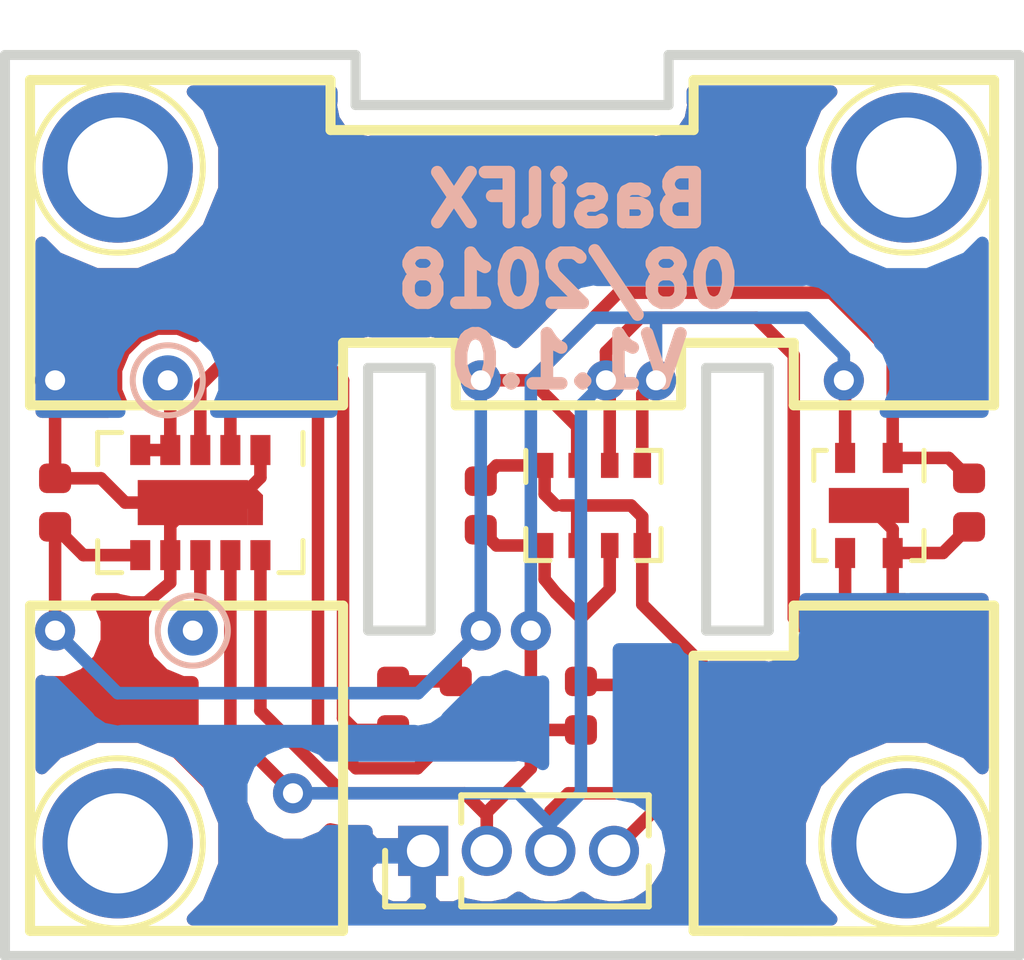
<source format=kicad_pcb>
(kicad_pcb (version 20171130) (host pcbnew "(5.0.0-3-g5ebb6b6)")

  (general
    (thickness 1.6)
    (drawings 43)
    (tracks 155)
    (zones 0)
    (modules 17)
    (nets 9)
  )

  (page A4)
  (layers
    (0 F.Cu signal)
    (31 B.Cu signal)
    (32 B.Adhes user)
    (33 F.Adhes user)
    (34 B.Paste user)
    (35 F.Paste user)
    (36 B.SilkS user)
    (37 F.SilkS user)
    (38 B.Mask user)
    (39 F.Mask user)
    (40 Dwgs.User user)
    (41 Cmts.User user)
    (42 Eco1.User user)
    (43 Eco2.User user)
    (44 Edge.Cuts user)
    (45 Margin user)
    (46 B.CrtYd user)
    (47 F.CrtYd user)
    (48 B.Fab user)
    (49 F.Fab user hide)
  )

  (setup
    (last_trace_width 0.25)
    (trace_clearance 0.11)
    (zone_clearance 0.508)
    (zone_45_only no)
    (trace_min 0.2)
    (segment_width 0.2)
    (edge_width 0.2)
    (via_size 0.8)
    (via_drill 0.4)
    (via_min_size 0.4)
    (via_min_drill 0.3)
    (uvia_size 0.3)
    (uvia_drill 0.1)
    (uvias_allowed no)
    (uvia_min_size 0.2)
    (uvia_min_drill 0.1)
    (pcb_text_width 0.3)
    (pcb_text_size 1.5 1.5)
    (mod_edge_width 0.15)
    (mod_text_size 1 1)
    (mod_text_width 0.15)
    (pad_size 1.524 1.524)
    (pad_drill 0.762)
    (pad_to_mask_clearance 0.2)
    (aux_axis_origin 0 0)
    (visible_elements FFFFFF7F)
    (pcbplotparams
      (layerselection 0x010fc_ffffffff)
      (usegerberextensions false)
      (usegerberattributes false)
      (usegerberadvancedattributes false)
      (creategerberjobfile false)
      (excludeedgelayer true)
      (linewidth 0.100000)
      (plotframeref false)
      (viasonmask false)
      (mode 1)
      (useauxorigin false)
      (hpglpennumber 1)
      (hpglpenspeed 20)
      (hpglpendiameter 15.000000)
      (psnegative false)
      (psa4output false)
      (plotreference true)
      (plotvalue true)
      (plotinvisibletext false)
      (padsonsilk false)
      (subtractmaskfromsilk false)
      (outputformat 1)
      (mirror false)
      (drillshape 1)
      (scaleselection 1)
      (outputdirectory ""))
  )

  (net 0 "")
  (net 1 GND)
  (net 2 +3V3)
  (net 3 /SDA)
  (net 4 /SCL)
  (net 5 /RESET)
  (net 6 /INT)
  (net 7 "Net-(TP1-Pad1)")
  (net 8 "Net-(TP2-Pad1)")

  (net_class Default "Dit is de standaard class."
    (clearance 0.11)
    (trace_width 0.25)
    (via_dia 0.8)
    (via_drill 0.4)
    (uvia_dia 0.3)
    (uvia_drill 0.1)
    (add_net +3V3)
    (add_net /INT)
    (add_net /RESET)
    (add_net /SCL)
    (add_net /SDA)
    (add_net GND)
    (add_net "Net-(TP1-Pad1)")
    (add_net "Net-(TP2-Pad1)")
  )

  (module Package_LGA:AMS_LGA-10-1EP_2.7x4mm_P0.6mm-2 (layer F.Cu) (tedit 5B7C860C) (tstamp 5B8897C7)
    (at 112.15 79.6925 270)
    (descr "LGA-10, http://ams.com/eng/content/download/951091/2269479/471718")
    (tags "lga land grid array")
    (path /5AFB091A)
    (attr smd)
    (fp_text reference U1 (at 0 -3.1 270) (layer F.SilkS) hide
      (effects (font (size 1 1) (thickness 0.15)))
    )
    (fp_text value CCS811 (at 0 3.1 270) (layer F.Fab)
      (effects (font (size 1 1) (thickness 0.15)))
    )
    (fp_text user %R (at 0 0 270) (layer F.Fab)
      (effects (font (size 0.5 0.5) (thickness 0.05)))
    )
    (fp_line (start 1.5 -2.15) (end 1.5 2.15) (layer F.CrtYd) (width 0.05))
    (fp_line (start 1.5 2.15) (end -1.5 2.15) (layer F.CrtYd) (width 0.05))
    (fp_line (start -1.5 2.15) (end -1.5 -2.15) (layer F.CrtYd) (width 0.05))
    (fp_line (start -1.5 -2.15) (end 1.5 -2.15) (layer F.CrtYd) (width 0.05))
    (fp_line (start 1.3 -1.95) (end 1.3 1.95) (layer F.Fab) (width 0.1))
    (fp_line (start 1.3 1.95) (end -1.3 1.95) (layer F.Fab) (width 0.1))
    (fp_line (start -1.3 1.95) (end -1.3 -1.65) (layer F.Fab) (width 0.1))
    (fp_line (start -1.3 -1.65) (end -1 -1.95) (layer F.Fab) (width 0.1))
    (fp_line (start -1 -1.95) (end 1.3 -1.95) (layer F.Fab) (width 0.1))
    (fp_line (start -1.4 1.57) (end -1.4 2.05) (layer F.SilkS) (width 0.1))
    (fp_line (start -1.4 2.05) (end -0.76 2.05) (layer F.SilkS) (width 0.1))
    (fp_line (start -1.4 -2.05) (end -0.76 -2.05) (layer F.SilkS) (width 0.1))
    (fp_line (start 0.76 2.05) (end 1.4 2.05) (layer F.SilkS) (width 0.1))
    (fp_line (start 1.4 1.57) (end 1.4 2.05) (layer F.SilkS) (width 0.1))
    (fp_line (start 0.76 -2.05) (end 1.4 -2.05) (layer F.SilkS) (width 0.1))
    (fp_line (start 1.4 -2.05) (end 1.4 -1.57) (layer F.SilkS) (width 0.1))
    (pad 11 smd trapezoid (at 0 -1.1 270) (size 0.6 0.3) (rect_delta 0 0.3 ) (layers F.Cu F.Paste F.Mask)
      (net 1 GND))
    (pad 11 smd rect (at 0.15 -1.1 270) (size 0.6 0.3) (layers F.Cu F.Paste F.Mask)
      (net 1 GND))
    (pad 11 smd rect (at 0 0.15 270) (size 0.9 2.2) (layers F.Cu F.Paste F.Mask)
      (net 1 GND))
    (pad 6 smd rect (at 1.05 1.2 270) (size 0.6 0.4) (layers F.Cu F.Paste F.Mask)
      (net 2 +3V3))
    (pad 7 smd rect (at 1.05 0.6 270) (size 0.6 0.4) (layers F.Cu F.Paste F.Mask)
      (net 1 GND))
    (pad 10 smd rect (at 1.05 -1.2 270) (size 0.6 0.4) (layers F.Cu F.Paste F.Mask)
      (net 4 /SCL))
    (pad 9 smd rect (at 1.05 -0.6 270) (size 0.6 0.4) (layers F.Cu F.Paste F.Mask)
      (net 3 /SDA))
    (pad 5 smd rect (at -1.05 1.2 270) (size 0.6 0.4) (layers F.Cu F.Paste F.Mask)
      (net 8 "Net-(TP2-Pad1)"))
    (pad 1 smd rect (at -1.05 -1.2 270) (size 0.6 0.4) (layers F.Cu F.Paste F.Mask)
      (net 1 GND))
    (pad 2 smd rect (at -1.05 -0.6 270) (size 0.6 0.4) (layers F.Cu F.Paste F.Mask)
      (net 5 /RESET))
    (pad 3 smd rect (at -1.05 0 270) (size 0.6 0.4) (layers F.Cu F.Paste F.Mask)
      (net 6 /INT))
    (pad 4 smd rect (at -1.05 0.6 270) (size 0.6 0.4) (layers F.Cu F.Paste F.Mask)
      (net 8 "Net-(TP2-Pad1)"))
    (pad 8 smd rect (at 1.05 0 270) (size 0.6 0.4) (layers F.Cu F.Paste F.Mask)
      (net 7 "Net-(TP1-Pad1)"))
    (model ${KISYS3DMOD}/Package_LGA.3dshapes/AMS_LGA-10-1EP_2.7x4mm_P0.6mm.wrl
      (at (xyz 0 0 0))
      (scale (xyz 1 1 1))
      (rotate (xyz 0 0 0))
    )
  )

  (module Resistor_SMD:R_0402_1005Metric (layer F.Cu) (tedit 5B7C6425) (tstamp 5B88979D)
    (at 116 83.75 90)
    (descr "Resistor SMD 0402 (1005 Metric), square (rectangular) end terminal, IPC_7351 nominal, (Body size source: http://www.tortai-tech.com/upload/download/2011102023233369053.pdf), generated with kicad-footprint-generator")
    (tags resistor)
    (path /5AFBBF8F)
    (attr smd)
    (fp_text reference R4 (at 0 -1.17 90) (layer F.SilkS) hide
      (effects (font (size 1 1) (thickness 0.15)))
    )
    (fp_text value 4k7 (at 0 1.17 90) (layer F.Fab)
      (effects (font (size 1 1) (thickness 0.15)))
    )
    (fp_text user %R (at 0 0 90) (layer F.Fab)
      (effects (font (size 0.25 0.25) (thickness 0.04)))
    )
    (fp_line (start 0.93 0.47) (end -0.93 0.47) (layer F.CrtYd) (width 0.05))
    (fp_line (start 0.93 -0.47) (end 0.93 0.47) (layer F.CrtYd) (width 0.05))
    (fp_line (start -0.93 -0.47) (end 0.93 -0.47) (layer F.CrtYd) (width 0.05))
    (fp_line (start -0.93 0.47) (end -0.93 -0.47) (layer F.CrtYd) (width 0.05))
    (fp_line (start 0.5 0.25) (end -0.5 0.25) (layer F.Fab) (width 0.1))
    (fp_line (start 0.5 -0.25) (end 0.5 0.25) (layer F.Fab) (width 0.1))
    (fp_line (start -0.5 -0.25) (end 0.5 -0.25) (layer F.Fab) (width 0.1))
    (fp_line (start -0.5 0.25) (end -0.5 -0.25) (layer F.Fab) (width 0.1))
    (pad 2 smd roundrect (at 0.485 0 90) (size 0.59 0.64) (layers F.Cu F.Paste F.Mask) (roundrect_rratio 0.25)
      (net 2 +3V3))
    (pad 1 smd roundrect (at -0.485 0 90) (size 0.59 0.64) (layers F.Cu F.Paste F.Mask) (roundrect_rratio 0.25)
      (net 6 /INT))
    (model ${KISYS3DMOD}/Resistor_SMD.3dshapes/R_0402_1005Metric.wrl
      (at (xyz 0 0 0))
      (scale (xyz 1 1 1))
      (rotate (xyz 0 0 0))
    )
  )

  (module TestPoint:TestPoint_Plated_Hole_D2.0mm (layer F.Cu) (tedit 5B7C7223) (tstamp 5B946372)
    (at 110.5 86.5)
    (descr "Plated Hole as test Point, diameter 2.0mm")
    (tags "test point plated hole")
    (path /5B7F42B6)
    (attr virtual)
    (fp_text reference MK4 (at 0 -2.498) (layer F.SilkS) hide
      (effects (font (size 1 1) (thickness 0.15)))
    )
    (fp_text value Mounting_Hole (at 0 2.45) (layer F.Fab)
      (effects (font (size 1 1) (thickness 0.15)))
    )
    (fp_circle (center 0 0) (end 0 -1.7) (layer F.SilkS) (width 0.12))
    (fp_circle (center 0 0) (end 1.8 0) (layer F.CrtYd) (width 0.05))
    (fp_text user %R (at 0 -2.5) (layer F.Fab)
      (effects (font (size 1 1) (thickness 0.15)))
    )
    (pad 1 thru_hole circle (at 0 0) (size 3 3) (drill 2) (layers *.Cu *.Mask))
  )

  (module TestPoint:TestPoint_Plated_Hole_D2.0mm (layer F.Cu) (tedit 5B7C7228) (tstamp 5B94636B)
    (at 126.25 86.5)
    (descr "Plated Hole as test Point, diameter 2.0mm")
    (tags "test point plated hole")
    (path /5B7F4277)
    (attr virtual)
    (fp_text reference MK3 (at 0 -2.498) (layer F.SilkS) hide
      (effects (font (size 1 1) (thickness 0.15)))
    )
    (fp_text value Mounting_Hole (at 0 2.45) (layer F.Fab)
      (effects (font (size 1 1) (thickness 0.15)))
    )
    (fp_text user %R (at 0 -2.5) (layer F.Fab)
      (effects (font (size 1 1) (thickness 0.15)))
    )
    (fp_circle (center 0 0) (end 1.8 0) (layer F.CrtYd) (width 0.05))
    (fp_circle (center 0 0) (end 0 -1.7) (layer F.SilkS) (width 0.12))
    (pad 1 thru_hole circle (at 0 0) (size 3 3) (drill 2) (layers *.Cu *.Mask))
  )

  (module TestPoint:TestPoint_Plated_Hole_D2.0mm (layer F.Cu) (tedit 5B7C722D) (tstamp 5B946364)
    (at 126.25 73)
    (descr "Plated Hole as test Point, diameter 2.0mm")
    (tags "test point plated hole")
    (path /5AFC5195)
    (attr virtual)
    (fp_text reference MK2 (at 0 -2.498) (layer F.SilkS) hide
      (effects (font (size 1 1) (thickness 0.15)))
    )
    (fp_text value Mounting_Hole (at 0 2.45) (layer F.Fab)
      (effects (font (size 1 1) (thickness 0.15)))
    )
    (fp_circle (center 0 0) (end 0 -1.7) (layer F.SilkS) (width 0.12))
    (fp_circle (center 0 0) (end 1.8 0) (layer F.CrtYd) (width 0.05))
    (fp_text user %R (at 0 -2.5) (layer F.Fab)
      (effects (font (size 1 1) (thickness 0.15)))
    )
    (pad 1 thru_hole circle (at 0 0) (size 3 3) (drill 2) (layers *.Cu *.Mask))
  )

  (module TestPoint:TestPoint_Plated_Hole_D2.0mm (layer F.Cu) (tedit 5B7C7232) (tstamp 5B94635D)
    (at 110.5 73)
    (descr "Plated Hole as test Point, diameter 2.0mm")
    (tags "test point plated hole")
    (path /5AFC5128)
    (attr virtual)
    (fp_text reference MK1 (at 0 -2.498) (layer F.SilkS) hide
      (effects (font (size 1 1) (thickness 0.15)))
    )
    (fp_text value Mounting_Hole (at 0 2.45) (layer F.Fab)
      (effects (font (size 1 1) (thickness 0.15)))
    )
    (fp_text user %R (at 0 -2.5) (layer F.Fab)
      (effects (font (size 1 1) (thickness 0.15)))
    )
    (fp_circle (center 0 0) (end 1.8 0) (layer F.CrtYd) (width 0.05))
    (fp_circle (center 0 0) (end 0 -1.7) (layer F.SilkS) (width 0.12))
    (pad 1 thru_hole circle (at 0 0) (size 3 3) (drill 2) (layers *.Cu *.Mask))
  )

  (module Capacitor_SMD:C_0402_1005Metric (layer F.Cu) (tedit 5B7C63EA) (tstamp 5B889855)
    (at 109.25 79.6925 90)
    (descr "Capacitor SMD 0402 (1005 Metric), square (rectangular) end terminal, IPC_7351 nominal, (Body size source: http://www.tortai-tech.com/upload/download/2011102023233369053.pdf), generated with kicad-footprint-generator")
    (tags capacitor)
    (path /5AFB186E)
    (attr smd)
    (fp_text reference C3 (at 0 -1.17 90) (layer F.SilkS) hide
      (effects (font (size 1 1) (thickness 0.15)))
    )
    (fp_text value 100nF (at 0 1.17 90) (layer F.Fab)
      (effects (font (size 1 1) (thickness 0.15)))
    )
    (fp_line (start -0.5 0.25) (end -0.5 -0.25) (layer F.Fab) (width 0.1))
    (fp_line (start -0.5 -0.25) (end 0.5 -0.25) (layer F.Fab) (width 0.1))
    (fp_line (start 0.5 -0.25) (end 0.5 0.25) (layer F.Fab) (width 0.1))
    (fp_line (start 0.5 0.25) (end -0.5 0.25) (layer F.Fab) (width 0.1))
    (fp_line (start -0.93 0.47) (end -0.93 -0.47) (layer F.CrtYd) (width 0.05))
    (fp_line (start -0.93 -0.47) (end 0.93 -0.47) (layer F.CrtYd) (width 0.05))
    (fp_line (start 0.93 -0.47) (end 0.93 0.47) (layer F.CrtYd) (width 0.05))
    (fp_line (start 0.93 0.47) (end -0.93 0.47) (layer F.CrtYd) (width 0.05))
    (fp_text user %R (at 0 0 90) (layer F.Fab)
      (effects (font (size 0.25 0.25) (thickness 0.04)))
    )
    (pad 1 smd roundrect (at -0.485 0 90) (size 0.59 0.64) (layers F.Cu F.Paste F.Mask) (roundrect_rratio 0.25)
      (net 2 +3V3))
    (pad 2 smd roundrect (at 0.485 0 90) (size 0.59 0.64) (layers F.Cu F.Paste F.Mask) (roundrect_rratio 0.25)
      (net 1 GND))
    (model ${KISYS3DMOD}/Capacitor_SMD.3dshapes/C_0402_1005Metric.wrl
      (at (xyz 0 0 0))
      (scale (xyz 1 1 1))
      (rotate (xyz 0 0 0))
    )
  )

  (module Capacitor_SMD:C_0402_1005Metric (layer F.Cu) (tedit 5B7C63FC) (tstamp 5B889847)
    (at 127.5 79.6925 270)
    (descr "Capacitor SMD 0402 (1005 Metric), square (rectangular) end terminal, IPC_7351 nominal, (Body size source: http://www.tortai-tech.com/upload/download/2011102023233369053.pdf), generated with kicad-footprint-generator")
    (tags capacitor)
    (path /5AFB192D)
    (attr smd)
    (fp_text reference C2 (at 0 -1.17 270) (layer F.SilkS) hide
      (effects (font (size 1 1) (thickness 0.15)))
    )
    (fp_text value 100nF (at 0 1.17 270) (layer F.Fab)
      (effects (font (size 1 1) (thickness 0.15)))
    )
    (fp_text user %R (at 0 0 270) (layer F.Fab)
      (effects (font (size 0.25 0.25) (thickness 0.04)))
    )
    (fp_line (start 0.93 0.47) (end -0.93 0.47) (layer F.CrtYd) (width 0.05))
    (fp_line (start 0.93 -0.47) (end 0.93 0.47) (layer F.CrtYd) (width 0.05))
    (fp_line (start -0.93 -0.47) (end 0.93 -0.47) (layer F.CrtYd) (width 0.05))
    (fp_line (start -0.93 0.47) (end -0.93 -0.47) (layer F.CrtYd) (width 0.05))
    (fp_line (start 0.5 0.25) (end -0.5 0.25) (layer F.Fab) (width 0.1))
    (fp_line (start 0.5 -0.25) (end 0.5 0.25) (layer F.Fab) (width 0.1))
    (fp_line (start -0.5 -0.25) (end 0.5 -0.25) (layer F.Fab) (width 0.1))
    (fp_line (start -0.5 0.25) (end -0.5 -0.25) (layer F.Fab) (width 0.1))
    (pad 2 smd roundrect (at 0.485 0 270) (size 0.59 0.64) (layers F.Cu F.Paste F.Mask) (roundrect_rratio 0.25)
      (net 1 GND))
    (pad 1 smd roundrect (at -0.485 0 270) (size 0.59 0.64) (layers F.Cu F.Paste F.Mask) (roundrect_rratio 0.25)
      (net 2 +3V3))
    (model ${KISYS3DMOD}/Capacitor_SMD.3dshapes/C_0402_1005Metric.wrl
      (at (xyz 0 0 0))
      (scale (xyz 1 1 1))
      (rotate (xyz 0 0 0))
    )
  )

  (module Capacitor_SMD:C_0402_1005Metric (layer F.Cu) (tedit 5B7C63F8) (tstamp 5B889839)
    (at 117.75 79.75 90)
    (descr "Capacitor SMD 0402 (1005 Metric), square (rectangular) end terminal, IPC_7351 nominal, (Body size source: http://www.tortai-tech.com/upload/download/2011102023233369053.pdf), generated with kicad-footprint-generator")
    (tags capacitor)
    (path /5AFB1954)
    (attr smd)
    (fp_text reference C1 (at 0 -1.17 90) (layer F.SilkS) hide
      (effects (font (size 1 1) (thickness 0.15)))
    )
    (fp_text value 100nF (at 0 1.17 90) (layer F.Fab)
      (effects (font (size 1 1) (thickness 0.15)))
    )
    (fp_line (start -0.5 0.25) (end -0.5 -0.25) (layer F.Fab) (width 0.1))
    (fp_line (start -0.5 -0.25) (end 0.5 -0.25) (layer F.Fab) (width 0.1))
    (fp_line (start 0.5 -0.25) (end 0.5 0.25) (layer F.Fab) (width 0.1))
    (fp_line (start 0.5 0.25) (end -0.5 0.25) (layer F.Fab) (width 0.1))
    (fp_line (start -0.93 0.47) (end -0.93 -0.47) (layer F.CrtYd) (width 0.05))
    (fp_line (start -0.93 -0.47) (end 0.93 -0.47) (layer F.CrtYd) (width 0.05))
    (fp_line (start 0.93 -0.47) (end 0.93 0.47) (layer F.CrtYd) (width 0.05))
    (fp_line (start 0.93 0.47) (end -0.93 0.47) (layer F.CrtYd) (width 0.05))
    (fp_text user %R (at 0 0 90) (layer F.Fab)
      (effects (font (size 0.25 0.25) (thickness 0.04)))
    )
    (pad 1 smd roundrect (at -0.485 0 90) (size 0.59 0.64) (layers F.Cu F.Paste F.Mask) (roundrect_rratio 0.25)
      (net 2 +3V3))
    (pad 2 smd roundrect (at 0.485 0 90) (size 0.59 0.64) (layers F.Cu F.Paste F.Mask) (roundrect_rratio 0.25)
      (net 1 GND))
    (model ${KISYS3DMOD}/Capacitor_SMD.3dshapes/C_0402_1005Metric.wrl
      (at (xyz 0 0 0))
      (scale (xyz 1 1 1))
      (rotate (xyz 0 0 0))
    )
  )

  (module Connector_PinHeader_1.27mm:PinHeader_1x04_P1.27mm_Vertical (layer F.Cu) (tedit 5B7C640E) (tstamp 5B889820)
    (at 116.6 86.65 90)
    (descr "Through hole straight pin header, 1x04, 1.27mm pitch, single row")
    (tags "Through hole pin header THT 1x04 1.27mm single row")
    (path /5AFB388C)
    (fp_text reference J1 (at 0 -1.695 90) (layer F.SilkS) hide
      (effects (font (size 1 1) (thickness 0.15)))
    )
    (fp_text value Conn_01x04 (at 0 5.505 90) (layer F.Fab)
      (effects (font (size 1 1) (thickness 0.15)))
    )
    (fp_line (start -0.525 -0.635) (end 1.05 -0.635) (layer F.Fab) (width 0.1))
    (fp_line (start 1.05 -0.635) (end 1.05 4.445) (layer F.Fab) (width 0.1))
    (fp_line (start 1.05 4.445) (end -1.05 4.445) (layer F.Fab) (width 0.1))
    (fp_line (start -1.05 4.445) (end -1.05 -0.11) (layer F.Fab) (width 0.1))
    (fp_line (start -1.05 -0.11) (end -0.525 -0.635) (layer F.Fab) (width 0.1))
    (fp_line (start -1.11 4.505) (end -0.30753 4.505) (layer F.SilkS) (width 0.12))
    (fp_line (start 0.30753 4.505) (end 1.11 4.505) (layer F.SilkS) (width 0.12))
    (fp_line (start -1.11 0.76) (end -1.11 4.505) (layer F.SilkS) (width 0.12))
    (fp_line (start 1.11 0.76) (end 1.11 4.505) (layer F.SilkS) (width 0.12))
    (fp_line (start -1.11 0.76) (end -0.563471 0.76) (layer F.SilkS) (width 0.12))
    (fp_line (start 0.563471 0.76) (end 1.11 0.76) (layer F.SilkS) (width 0.12))
    (fp_line (start -1.11 0) (end -1.11 -0.76) (layer F.SilkS) (width 0.12))
    (fp_line (start -1.11 -0.76) (end 0 -0.76) (layer F.SilkS) (width 0.12))
    (fp_line (start -1.55 -1.15) (end -1.55 4.95) (layer F.CrtYd) (width 0.05))
    (fp_line (start -1.55 4.95) (end 1.55 4.95) (layer F.CrtYd) (width 0.05))
    (fp_line (start 1.55 4.95) (end 1.55 -1.15) (layer F.CrtYd) (width 0.05))
    (fp_line (start 1.55 -1.15) (end -1.55 -1.15) (layer F.CrtYd) (width 0.05))
    (fp_text user %R (at 0 1.905 180) (layer F.Fab)
      (effects (font (size 1 1) (thickness 0.15)))
    )
    (pad 1 thru_hole rect (at 0 0 90) (size 1 1) (drill 0.65) (layers *.Cu *.Mask)
      (net 1 GND))
    (pad 2 thru_hole oval (at 0 1.27 90) (size 1 1) (drill 0.65) (layers *.Cu *.Mask)
      (net 4 /SCL))
    (pad 3 thru_hole oval (at 0 2.54 90) (size 1 1) (drill 0.65) (layers *.Cu *.Mask)
      (net 3 /SDA))
    (pad 4 thru_hole oval (at 0 3.81 90) (size 1 1) (drill 0.65) (layers *.Cu *.Mask)
      (net 2 +3V3))
    (model ${KISYS3DMOD}/Connector_PinHeader_1.27mm.3dshapes/PinHeader_1x04_P1.27mm_Vertical.wrl
      (at (xyz 0 0 0))
      (scale (xyz 1 1 1))
      (rotate (xyz 0 0 0))
    )
  )

  (module Package_DFN_QFN:AMS_QFN-4-1EP_2x2mm_P0.95mm_EP0.7x1.6mm (layer F.Cu) (tedit 5B7C6400) (tstamp 5B8897E8)
    (at 125.5 79.75 270)
    (descr "UFD Package, 4-Lead Plastic QFN (2mm x 2mm), http://ams.com/eng/content/download/950231/2267959/483138")
    (tags "QFN 0.95")
    (path /5AFB09FD)
    (attr smd)
    (fp_text reference U2 (at 0 -2 270) (layer F.SilkS) hide
      (effects (font (size 1 1) (thickness 0.15)))
    )
    (fp_text value ENS210 (at 0 2 270) (layer F.Fab)
      (effects (font (size 1 1) (thickness 0.15)))
    )
    (fp_text user %R (at 0 0 270) (layer F.Fab)
      (effects (font (size 0.4 0.4) (thickness 0.04)))
    )
    (fp_line (start -1.5 -1.25) (end 1.5 -1.25) (layer F.CrtYd) (width 0.05))
    (fp_line (start 1.5 -1.25) (end 1.5 1.25) (layer F.CrtYd) (width 0.05))
    (fp_line (start 1.5 1.25) (end -1.5 1.25) (layer F.CrtYd) (width 0.05))
    (fp_line (start -1.5 1.25) (end -1.5 -1.25) (layer F.CrtYd) (width 0.05))
    (fp_line (start 1.1 -1.1) (end 0.5 -1.1) (layer F.SilkS) (width 0.1))
    (fp_line (start 1.1 -1.1) (end 1.1 -0.85) (layer F.SilkS) (width 0.1))
    (fp_line (start 1.1 1.1) (end 1.1 0.85) (layer F.SilkS) (width 0.1))
    (fp_line (start 1.1 1.1) (end 0.5 1.1) (layer F.SilkS) (width 0.1))
    (fp_line (start -1.1 1.1) (end -1.1 0.85) (layer F.SilkS) (width 0.1))
    (fp_line (start -1.1 1.1) (end -0.5 1.1) (layer F.SilkS) (width 0.1))
    (fp_line (start -0.49 -1.1) (end -1.1 -1.1) (layer F.SilkS) (width 0.1))
    (fp_line (start -1 -0.7) (end -0.7 -1) (layer F.Fab) (width 0.1))
    (fp_line (start 1 -1) (end 1 1) (layer F.Fab) (width 0.1))
    (fp_line (start 1 1) (end -1 1) (layer F.Fab) (width 0.1))
    (fp_line (start -1 1) (end -1 -0.7) (layer F.Fab) (width 0.1))
    (fp_line (start -0.7 -1) (end 1 -1) (layer F.Fab) (width 0.1))
    (pad 5 smd rect (at 0 0 270) (size 0.7 1.6) (layers F.Cu F.Mask)
      (net 1 GND))
    (pad "" smd rect (at 0 0 270) (size 0.35 0.8) (layers F.Paste))
    (pad 4 smd rect (at 0.95 -0.475 270) (size 0.6 0.4) (layers F.Cu F.Paste F.Mask)
      (net 1 GND) (solder_paste_margin -0.05))
    (pad 2 smd rect (at -0.95 0.475 270) (size 0.6 0.4) (layers F.Cu F.Paste F.Mask)
      (net 4 /SCL) (solder_paste_margin -0.05))
    (pad 1 smd rect (at -0.95 -0.475 270) (size 0.6 0.4) (layers F.Cu F.Paste F.Mask)
      (net 2 +3V3) (solder_paste_margin -0.05))
    (pad 3 smd rect (at 0.95 0.475 270) (size 0.6 0.4) (layers F.Cu F.Paste F.Mask)
      (net 3 /SDA) (solder_paste_margin -0.05))
    (model ${KISYS3DMOD}/Package_DFN_QFN.3dshapes/AMS_QFN-4-1EP_2x2mm_P0.95mm.wrl
      (at (xyz 0 0 0))
      (scale (xyz 1 1 1))
      (rotate (xyz 0 0 0))
    )
  )

  (module Package_LGA:Bosch_LGA-8_2x2.5mm_P0.65mm_ClockwisePinNumbering (layer F.Cu) (tedit 5B7C63ED) (tstamp 5B8897AB)
    (at 120 79.75)
    (descr "LGA-8, https://ae-bst.resource.bosch.com/media/_tech/media/datasheets/BST-BMP280-DS001-18.pdf")
    (tags "lga land grid array")
    (path /5AFB0D19)
    (attr smd)
    (fp_text reference U3 (at 0 -3.1) (layer F.SilkS) hide
      (effects (font (size 1 1) (thickness 0.15)))
    )
    (fp_text value BMP280 (at 0 3.1) (layer F.Fab)
      (effects (font (size 1 1) (thickness 0.15)))
    )
    (fp_line (start -1.35 1.1) (end -0.87 1.1) (layer F.SilkS) (width 0.1))
    (fp_text user %R (at 0 0) (layer F.Fab)
      (effects (font (size 0.5 0.5) (thickness 0.075)))
    )
    (fp_line (start -1.55 -1.3) (end 1.55 -1.3) (layer F.CrtYd) (width 0.05))
    (fp_line (start 1.55 -1.3) (end 1.55 1.3) (layer F.CrtYd) (width 0.05))
    (fp_line (start 1.55 1.3) (end -1.55 1.3) (layer F.CrtYd) (width 0.05))
    (fp_line (start -1.55 1.3) (end -1.55 -1.3) (layer F.CrtYd) (width 0.05))
    (fp_line (start -1.25 1) (end 1.25 1) (layer F.Fab) (width 0.1))
    (fp_line (start 1.25 -1) (end 1.25 1) (layer F.Fab) (width 0.1))
    (fp_line (start 1.25 -1) (end -1 -1) (layer F.Fab) (width 0.1))
    (fp_line (start -1 -1) (end -1.25 -0.75) (layer F.Fab) (width 0.1))
    (fp_line (start -1.25 1) (end -1.25 -0.75) (layer F.Fab) (width 0.1))
    (fp_line (start 0.87 1.1) (end 1.35 1.1) (layer F.SilkS) (width 0.1))
    (fp_line (start 1.35 1.1) (end 1.35 0.46) (layer F.SilkS) (width 0.1))
    (fp_line (start -1.35 1.1) (end -1.35 0.46) (layer F.SilkS) (width 0.1))
    (fp_line (start 1.35 -0.46) (end 1.35 -1.1) (layer F.SilkS) (width 0.1))
    (fp_line (start 0.87 -1.1) (end 1.35 -1.1) (layer F.SilkS) (width 0.1))
    (fp_line (start -1.35 -0.46) (end -1.35 -1.1) (layer F.SilkS) (width 0.1))
    (pad 1 smd rect (at -0.975 -0.8 90) (size 0.5 0.35) (layers F.Cu F.Paste F.Mask)
      (net 1 GND))
    (pad 5 smd rect (at 0.975 0.8 90) (size 0.5 0.35) (layers F.Cu F.Paste F.Mask)
      (net 1 GND))
    (pad 6 smd rect (at 0.325 0.8 90) (size 0.5 0.35) (layers F.Cu F.Paste F.Mask)
      (net 2 +3V3))
    (pad 7 smd rect (at -0.325 0.8 90) (size 0.5 0.35) (layers F.Cu F.Paste F.Mask)
      (net 1 GND))
    (pad 4 smd rect (at 0.975 -0.8 90) (size 0.5 0.35) (layers F.Cu F.Paste F.Mask)
      (net 4 /SCL))
    (pad 3 smd rect (at 0.325 -0.8 90) (size 0.5 0.35) (layers F.Cu F.Paste F.Mask)
      (net 3 /SDA))
    (pad 2 smd rect (at -0.325 -0.8 90) (size 0.5 0.35) (layers F.Cu F.Paste F.Mask)
      (net 2 +3V3))
    (pad 8 smd rect (at -0.975 0.8 90) (size 0.5 0.35) (layers F.Cu F.Paste F.Mask)
      (net 2 +3V3))
    (model ${KISYS3DMOD}/Package_LGA.3dshapes/Bosch_LGA-8_2x2.5mm_P0.65mm_ClockwisePinNumbering.wrl
      (at (xyz 0 0 0))
      (scale (xyz 1 1 1))
      (rotate (xyz 0 0 0))
    )
  )

  (module Resistor_SMD:R_0402_1005Metric (layer F.Cu) (tedit 5B7C6408) (tstamp 5B88978F)
    (at 117.25 83.75 90)
    (descr "Resistor SMD 0402 (1005 Metric), square (rectangular) end terminal, IPC_7351 nominal, (Body size source: http://www.tortai-tech.com/upload/download/2011102023233369053.pdf), generated with kicad-footprint-generator")
    (tags resistor)
    (path /5AFBBF60)
    (attr smd)
    (fp_text reference R3 (at 0 -1.17 90) (layer F.SilkS) hide
      (effects (font (size 1 1) (thickness 0.15)))
    )
    (fp_text value 4k7 (at 0 1.17 90) (layer F.Fab)
      (effects (font (size 1 1) (thickness 0.15)))
    )
    (fp_line (start -0.5 0.25) (end -0.5 -0.25) (layer F.Fab) (width 0.1))
    (fp_line (start -0.5 -0.25) (end 0.5 -0.25) (layer F.Fab) (width 0.1))
    (fp_line (start 0.5 -0.25) (end 0.5 0.25) (layer F.Fab) (width 0.1))
    (fp_line (start 0.5 0.25) (end -0.5 0.25) (layer F.Fab) (width 0.1))
    (fp_line (start -0.93 0.47) (end -0.93 -0.47) (layer F.CrtYd) (width 0.05))
    (fp_line (start -0.93 -0.47) (end 0.93 -0.47) (layer F.CrtYd) (width 0.05))
    (fp_line (start 0.93 -0.47) (end 0.93 0.47) (layer F.CrtYd) (width 0.05))
    (fp_line (start 0.93 0.47) (end -0.93 0.47) (layer F.CrtYd) (width 0.05))
    (fp_text user %R (at 0 0 90) (layer F.Fab)
      (effects (font (size 0.25 0.25) (thickness 0.04)))
    )
    (pad 1 smd roundrect (at -0.485 0 90) (size 0.59 0.64) (layers F.Cu F.Paste F.Mask) (roundrect_rratio 0.25)
      (net 5 /RESET))
    (pad 2 smd roundrect (at 0.485 0 90) (size 0.59 0.64) (layers F.Cu F.Paste F.Mask) (roundrect_rratio 0.25)
      (net 2 +3V3))
    (model ${KISYS3DMOD}/Resistor_SMD.3dshapes/R_0402_1005Metric.wrl
      (at (xyz 0 0 0))
      (scale (xyz 1 1 1))
      (rotate (xyz 0 0 0))
    )
  )

  (module Resistor_SMD:R_0402_1005Metric (layer F.Cu) (tedit 5B7C640B) (tstamp 5B889781)
    (at 119.75 83.75 90)
    (descr "Resistor SMD 0402 (1005 Metric), square (rectangular) end terminal, IPC_7351 nominal, (Body size source: http://www.tortai-tech.com/upload/download/2011102023233369053.pdf), generated with kicad-footprint-generator")
    (tags resistor)
    (path /5AFB71E4)
    (attr smd)
    (fp_text reference R2 (at 0 -1.17 90) (layer F.SilkS) hide
      (effects (font (size 1 1) (thickness 0.15)))
    )
    (fp_text value 4k7 (at 0 1.17 90) (layer F.Fab)
      (effects (font (size 1 1) (thickness 0.15)))
    )
    (fp_text user %R (at 0 0 90) (layer F.Fab)
      (effects (font (size 0.25 0.25) (thickness 0.04)))
    )
    (fp_line (start 0.93 0.47) (end -0.93 0.47) (layer F.CrtYd) (width 0.05))
    (fp_line (start 0.93 -0.47) (end 0.93 0.47) (layer F.CrtYd) (width 0.05))
    (fp_line (start -0.93 -0.47) (end 0.93 -0.47) (layer F.CrtYd) (width 0.05))
    (fp_line (start -0.93 0.47) (end -0.93 -0.47) (layer F.CrtYd) (width 0.05))
    (fp_line (start 0.5 0.25) (end -0.5 0.25) (layer F.Fab) (width 0.1))
    (fp_line (start 0.5 -0.25) (end 0.5 0.25) (layer F.Fab) (width 0.1))
    (fp_line (start -0.5 -0.25) (end 0.5 -0.25) (layer F.Fab) (width 0.1))
    (fp_line (start -0.5 0.25) (end -0.5 -0.25) (layer F.Fab) (width 0.1))
    (pad 2 smd roundrect (at 0.485 0 90) (size 0.59 0.64) (layers F.Cu F.Paste F.Mask) (roundrect_rratio 0.25)
      (net 2 +3V3))
    (pad 1 smd roundrect (at -0.485 0 90) (size 0.59 0.64) (layers F.Cu F.Paste F.Mask) (roundrect_rratio 0.25)
      (net 4 /SCL))
    (model ${KISYS3DMOD}/Resistor_SMD.3dshapes/R_0402_1005Metric.wrl
      (at (xyz 0 0 0))
      (scale (xyz 1 1 1))
      (rotate (xyz 0 0 0))
    )
  )

  (module Resistor_SMD:R_0402_1005Metric (layer F.Cu) (tedit 5B7C641A) (tstamp 5B889773)
    (at 121 83.75 90)
    (descr "Resistor SMD 0402 (1005 Metric), square (rectangular) end terminal, IPC_7351 nominal, (Body size source: http://www.tortai-tech.com/upload/download/2011102023233369053.pdf), generated with kicad-footprint-generator")
    (tags resistor)
    (path /5AFB6948)
    (attr smd)
    (fp_text reference R1 (at 0 -1.17 90) (layer F.SilkS) hide
      (effects (font (size 1 1) (thickness 0.15)))
    )
    (fp_text value 4k7 (at 0 1.17 90) (layer F.Fab)
      (effects (font (size 1 1) (thickness 0.15)))
    )
    (fp_line (start -0.5 0.25) (end -0.5 -0.25) (layer F.Fab) (width 0.1))
    (fp_line (start -0.5 -0.25) (end 0.5 -0.25) (layer F.Fab) (width 0.1))
    (fp_line (start 0.5 -0.25) (end 0.5 0.25) (layer F.Fab) (width 0.1))
    (fp_line (start 0.5 0.25) (end -0.5 0.25) (layer F.Fab) (width 0.1))
    (fp_line (start -0.93 0.47) (end -0.93 -0.47) (layer F.CrtYd) (width 0.05))
    (fp_line (start -0.93 -0.47) (end 0.93 -0.47) (layer F.CrtYd) (width 0.05))
    (fp_line (start 0.93 -0.47) (end 0.93 0.47) (layer F.CrtYd) (width 0.05))
    (fp_line (start 0.93 0.47) (end -0.93 0.47) (layer F.CrtYd) (width 0.05))
    (fp_text user %R (at 0 0 90) (layer F.Fab)
      (effects (font (size 0.25 0.25) (thickness 0.04)))
    )
    (pad 1 smd roundrect (at -0.485 0 90) (size 0.59 0.64) (layers F.Cu F.Paste F.Mask) (roundrect_rratio 0.25)
      (net 3 /SDA))
    (pad 2 smd roundrect (at 0.485 0 90) (size 0.59 0.64) (layers F.Cu F.Paste F.Mask) (roundrect_rratio 0.25)
      (net 2 +3V3))
    (model ${KISYS3DMOD}/Resistor_SMD.3dshapes/R_0402_1005Metric.wrl
      (at (xyz 0 0 0))
      (scale (xyz 1 1 1))
      (rotate (xyz 0 0 0))
    )
  )

  (module TestPoint:TestPoint_Pad_D1.0mm (layer B.Cu) (tedit 5B7C644E) (tstamp 5B88976C)
    (at 111.5 77.25)
    (descr "SMD pad as test Point, diameter 1.0mm")
    (tags "test point SMD pad")
    (path /5AFC64CD)
    (attr virtual)
    (fp_text reference TP2 (at 0 1.448) (layer B.SilkS) hide
      (effects (font (size 1 1) (thickness 0.15)) (justify mirror))
    )
    (fp_text value NC (at 0 -1.55) (layer B.Fab) hide
      (effects (font (size 1 1) (thickness 0.15)) (justify mirror))
    )
    (fp_circle (center 0 0) (end 0 -0.7) (layer B.SilkS) (width 0.12))
    (fp_circle (center 0 0) (end 1 0) (layer B.CrtYd) (width 0.05))
    (fp_text user %R (at 0 1.45) (layer B.Fab) hide
      (effects (font (size 1 1) (thickness 0.15)) (justify mirror))
    )
    (pad 1 smd circle (at 0 0) (size 1 1) (layers B.Cu B.Mask)
      (net 8 "Net-(TP2-Pad1)"))
  )

  (module TestPoint:TestPoint_Pad_D1.0mm (layer B.Cu) (tedit 5B7C6467) (tstamp 5B889765)
    (at 112 82.25)
    (descr "SMD pad as test Point, diameter 1.0mm")
    (tags "test point SMD pad")
    (path /5AFC03FB)
    (attr virtual)
    (fp_text reference TP1 (at 0 1.448) (layer B.SilkS) hide
      (effects (font (size 1 1) (thickness 0.15)) (justify mirror))
    )
    (fp_text value NC (at 0 -1.55) (layer B.Fab) hide
      (effects (font (size 1 1) (thickness 0.15)) (justify mirror))
    )
    (fp_text user %R (at 0 1.45) (layer B.Fab) hide
      (effects (font (size 1 1) (thickness 0.15)) (justify mirror))
    )
    (fp_circle (center 0 0) (end 1 0) (layer B.CrtYd) (width 0.05))
    (fp_circle (center 0 0) (end 0 -0.7) (layer B.SilkS) (width 0.12))
    (pad 1 smd circle (at 0 0) (size 1 1) (layers B.Cu B.Mask)
      (net 7 "Net-(TP1-Pad1)"))
  )

  (gr_text "BasilFX\n08/2018\nV1.1.0" (at 119.5 75.25) (layer B.SilkS) (tstamp 5B94B037)
    (effects (font (size 1 1) (thickness 0.25)) (justify mirror))
  )
  (gr_line (start 114.75 71.25) (end 108.75 71.25) (layer F.SilkS) (width 0.2))
  (gr_line (start 114.75 72.25) (end 114.75 71.25) (layer F.SilkS) (width 0.2))
  (gr_line (start 122 72.25) (end 114.75 72.25) (layer F.SilkS) (width 0.2))
  (gr_line (start 122 71.25) (end 122 72.25) (layer F.SilkS) (width 0.2))
  (gr_line (start 121.5 70.75) (end 128.5 70.75) (layer Edge.Cuts) (width 0.2))
  (gr_line (start 108.25 70.75) (end 115.25 70.75) (layer Edge.Cuts) (width 0.2))
  (gr_line (start 121.5 71.75) (end 121.5 70.75) (layer Edge.Cuts) (width 0.2))
  (gr_line (start 115.25 71.75) (end 121.5 71.75) (layer Edge.Cuts) (width 0.2))
  (gr_line (start 115.25 70.75) (end 115.25 71.75) (layer Edge.Cuts) (width 0.2))
  (gr_line (start 128 71.25) (end 122 71.25) (layer F.SilkS) (width 0.2))
  (gr_line (start 115 88.25) (end 108.75 88.25) (layer F.SilkS) (width 0.2))
  (gr_line (start 128 88.265) (end 122 88.25) (layer F.SilkS) (width 0.2))
  (gr_line (start 128.5 88.75) (end 108.25 88.75) (layer Edge.Cuts) (width 0.2))
  (gr_line (start 108.75 81.75) (end 108.75 88.25) (layer F.SilkS) (width 0.2))
  (gr_line (start 115 81.75) (end 108.75 81.75) (layer F.SilkS) (width 0.2))
  (gr_line (start 115 88.25) (end 115 81.75) (layer F.SilkS) (width 0.2))
  (gr_line (start 122 82.75) (end 122 88.25) (layer F.SilkS) (width 0.2))
  (gr_line (start 124 82.75) (end 122 82.75) (layer F.SilkS) (width 0.2))
  (gr_line (start 124 81.75) (end 124 82.75) (layer F.SilkS) (width 0.2))
  (gr_line (start 128 81.75) (end 124 81.75) (layer F.SilkS) (width 0.2))
  (gr_line (start 128 88.25) (end 128 81.75) (layer F.SilkS) (width 0.2))
  (gr_line (start 108.75 77.75) (end 108.75 71.25) (layer F.SilkS) (width 0.2))
  (gr_line (start 115 77.75) (end 108.75 77.75) (layer F.SilkS) (width 0.2))
  (gr_line (start 115 76.5) (end 115 77.75) (layer F.SilkS) (width 0.2))
  (gr_line (start 117.25 76.5) (end 115 76.5) (layer F.SilkS) (width 0.2))
  (gr_line (start 117.25 77.75) (end 117.25 76.5) (layer F.SilkS) (width 0.2))
  (gr_line (start 121.75 77.75) (end 117.25 77.75) (layer F.SilkS) (width 0.2))
  (gr_line (start 121.75 76.5) (end 121.75 77.75) (layer F.SilkS) (width 0.2))
  (gr_line (start 124 76.5) (end 121.75 76.5) (layer F.SilkS) (width 0.2))
  (gr_line (start 124 77.75) (end 124 76.5) (layer F.SilkS) (width 0.2))
  (gr_line (start 128 77.75) (end 124 77.75) (layer F.SilkS) (width 0.2))
  (gr_line (start 128 71.25) (end 128 77.75) (layer F.SilkS) (width 0.2))
  (gr_line (start 122.25 82.25) (end 122.25 77) (layer Edge.Cuts) (width 0.2))
  (gr_line (start 123.5 82.25) (end 122.25 82.25) (layer Edge.Cuts) (width 0.2))
  (gr_line (start 123.5 77) (end 123.5 82.25) (layer Edge.Cuts) (width 0.2))
  (gr_line (start 122.25 77) (end 123.5 77) (layer Edge.Cuts) (width 0.2))
  (gr_line (start 115.5 82.2325) (end 115.5 77) (layer Edge.Cuts) (width 0.2))
  (gr_line (start 116.75 82.25) (end 115.5 82.25) (layer Edge.Cuts) (width 0.2))
  (gr_line (start 116.75 77) (end 116.75 82.2325) (layer Edge.Cuts) (width 0.2) (tstamp 5AFB3207))
  (gr_line (start 115.5 77) (end 116.75 77) (layer Edge.Cuts) (width 0.2))
  (gr_line (start 108.25 88.75) (end 108.25 70.75) (layer Edge.Cuts) (width 0.2))
  (gr_line (start 128.5 70.75) (end 128.5 88.75) (layer Edge.Cuts) (width 0.2))

  (segment (start 125.5475 79.75) (end 125.5 79.75) (width 0.25) (layer F.Cu) (net 1) (status 30))
  (segment (start 118.065 78.95) (end 117.75 79.265) (width 0.25) (layer F.Cu) (net 1) (status 20))
  (segment (start 119.025 78.95) (end 118.065 78.95) (width 0.25) (layer F.Cu) (net 1) (status 10))
  (segment (start 126.9775 80.7) (end 127.5 80.1775) (width 0.25) (layer F.Cu) (net 1) (status 20))
  (segment (start 125.975 80.7) (end 126.9775 80.7) (width 0.25) (layer F.Cu) (net 1) (status 10))
  (segment (start 125.975 80.7) (end 125.975 80.225) (width 0.25) (layer F.Cu) (net 1) (status 10))
  (segment (start 125.975 80.225) (end 125.5 79.75) (width 0.25) (layer F.Cu) (net 1) (status 20))
  (segment (start 119.025 78.95) (end 119.025 79.525) (width 0.25) (layer F.Cu) (net 1) (status 10))
  (segment (start 119.025 79.525) (end 119.25 79.75) (width 0.25) (layer F.Cu) (net 1))
  (segment (start 120.975 80.55) (end 120.975 79.975) (width 0.25) (layer F.Cu) (net 1) (status 10))
  (segment (start 120.975 79.975) (end 120.75 79.75) (width 0.25) (layer F.Cu) (net 1))
  (segment (start 119.675 80.55) (end 119.675 79.825) (width 0.25) (layer F.Cu) (net 1) (status 10))
  (segment (start 119.675 79.825) (end 119.75 79.75) (width 0.25) (layer F.Cu) (net 1))
  (segment (start 119.75 79.75) (end 119.375 79.75) (width 0.25) (layer F.Cu) (net 1))
  (segment (start 120.75 79.75) (end 119.75 79.75) (width 0.25) (layer F.Cu) (net 1))
  (segment (start 111.55 80.1425) (end 112 79.6925) (width 0.25) (layer F.Cu) (net 1) (status 30))
  (segment (start 111.55 80.7425) (end 111.55 80.1425) (width 0.25) (layer F.Cu) (net 1) (status 30))
  (segment (start 112.85 79.6925) (end 112 79.6925) (width 0.25) (layer F.Cu) (net 1) (status 30))
  (segment (start 113.35 79.1925) (end 112.85 79.6925) (width 0.25) (layer F.Cu) (net 1) (status 20))
  (segment (start 113.35 78.6425) (end 113.35 79.1925) (width 0.25) (layer F.Cu) (net 1) (status 10))
  (segment (start 110.165 79.2075) (end 109.25 79.2075) (width 0.25) (layer F.Cu) (net 1) (status 20))
  (segment (start 110.65 79.6925) (end 110.165 79.2075) (width 0.25) (layer F.Cu) (net 1))
  (segment (start 112 79.6925) (end 110.65 79.6925) (width 0.25) (layer F.Cu) (net 1) (status 10))
  (segment (start 113.25 79.6925) (end 112 79.6925) (width 0.25) (layer F.Cu) (net 1))
  (via (at 109.25 77.25) (size 0.8) (drill 0.4) (layers F.Cu B.Cu) (net 1))
  (segment (start 109.25 77) (end 109.25 77.25) (width 0.25) (layer F.Cu) (net 1))
  (segment (start 109.25 79.2075) (end 109.25 77.25) (width 0.25) (layer F.Cu) (net 1))
  (segment (start 111 84) (end 113.65 86.65) (width 0.25) (layer F.Cu) (net 1))
  (segment (start 113.65 86.65) (end 116.6 86.65) (width 0.25) (layer F.Cu) (net 1))
  (segment (start 111 81.75) (end 111 84) (width 0.25) (layer F.Cu) (net 1))
  (segment (start 111.55 81.2925) (end 111 81.75) (width 0.25) (layer F.Cu) (net 1))
  (segment (start 111.55 80.7425) (end 111.55 81.2925) (width 0.25) (layer F.Cu) (net 1))
  (segment (start 120.975 81.725) (end 120.975 80.55) (width 0.25) (layer F.Cu) (net 1))
  (segment (start 125.25 83) (end 122.25 83) (width 0.25) (layer F.Cu) (net 1))
  (segment (start 122.25 83) (end 120.975 81.725) (width 0.25) (layer F.Cu) (net 1))
  (segment (start 125.975 82.275) (end 125.25 83) (width 0.25) (layer F.Cu) (net 1))
  (segment (start 125.975 80.7) (end 125.975 82.275) (width 0.25) (layer F.Cu) (net 1))
  (segment (start 117.8725 80.3) (end 117.75 80.1775) (width 0.25) (layer F.Cu) (net 2) (status 30))
  (segment (start 118.065 80.55) (end 117.75 80.235) (width 0.25) (layer F.Cu) (net 2) (status 20))
  (segment (start 119.025 80.55) (end 118.065 80.55) (width 0.25) (layer F.Cu) (net 2) (status 10))
  (segment (start 127.0925 78.8) (end 127.5 79.2075) (width 0.25) (layer F.Cu) (net 2) (status 20))
  (segment (start 125.975 78.8) (end 127.0925 78.8) (width 0.25) (layer F.Cu) (net 2) (status 10))
  (segment (start 109.815 80.7425) (end 109.25 80.1775) (width 0.25) (layer F.Cu) (net 2) (status 20))
  (segment (start 110.95 80.7425) (end 109.815 80.7425) (width 0.25) (layer F.Cu) (net 2) (status 10))
  (segment (start 116 83.265) (end 117.25 83.265) (width 0.25) (layer F.Cu) (net 2) (status 30))
  (segment (start 119.75 83.335) (end 121.42 83.335) (width 0.25) (layer F.Cu) (net 2) (status 10))
  (segment (start 120.325 81.425) (end 120.325 80.55) (width 0.25) (layer F.Cu) (net 2) (status 20))
  (segment (start 119.75 82) (end 120.325 81.425) (width 0.25) (layer F.Cu) (net 2))
  (segment (start 119.75 83.265) (end 119.75 82) (width 0.25) (layer F.Cu) (net 2) (status 10))
  (segment (start 121.75 85.31) (end 121.31 85.75) (width 0.25) (layer F.Cu) (net 2))
  (segment (start 121.75 83.665) (end 121.75 85.31) (width 0.25) (layer F.Cu) (net 2))
  (segment (start 121.31 85.75) (end 120.41 86.65) (width 0.25) (layer F.Cu) (net 2))
  (segment (start 121.42 83.335) (end 121.75 83.665) (width 0.25) (layer F.Cu) (net 2))
  (via (at 117.75 77.25) (size 0.8) (drill 0.4) (layers F.Cu B.Cu) (net 2))
  (segment (start 109.25 82.25) (end 109.25 80.1775) (width 0.25) (layer F.Cu) (net 2))
  (via (at 109.25 82.25) (size 0.8) (drill 0.4) (layers F.Cu B.Cu) (net 2))
  (via (at 117.75 82.25) (size 0.8) (drill 0.4) (layers F.Cu B.Cu) (net 2))
  (segment (start 119.025 81.225) (end 119.025 80.55) (width 0.25) (layer F.Cu) (net 2))
  (segment (start 119.25 81.5) (end 119.025 81.225) (width 0.25) (layer F.Cu) (net 2))
  (segment (start 119.75 82) (end 119.25 81.5) (width 0.25) (layer F.Cu) (net 2))
  (segment (start 117.25 82.75) (end 117.75 82.25) (width 0.25) (layer F.Cu) (net 2))
  (segment (start 117.25 83.265) (end 117.25 82.75) (width 0.25) (layer F.Cu) (net 2))
  (segment (start 117.75 82.25) (end 117.75 80.235) (width 0.25) (layer F.Cu) (net 2))
  (segment (start 116.5 83.5) (end 117.75 82.25) (width 0.25) (layer B.Cu) (net 2))
  (segment (start 110.5 83.5) (end 116.5 83.5) (width 0.25) (layer B.Cu) (net 2))
  (segment (start 109.25 82.25) (end 110.5 83.5) (width 0.25) (layer B.Cu) (net 2))
  (segment (start 117.75 82.25) (end 117.75 77.25) (width 0.25) (layer B.Cu) (net 2))
  (segment (start 117.75 77.25) (end 118.5 77.25) (width 0.25) (layer F.Cu) (net 2))
  (segment (start 118.5 77.25) (end 118.75 77.25) (width 0.25) (layer F.Cu) (net 2))
  (segment (start 119.675 78.95) (end 119.675 78.175) (width 0.25) (layer F.Cu) (net 2) (status 10))
  (segment (start 118.75 77.25) (end 119.675 78.175) (width 0.25) (layer F.Cu) (net 2))
  (segment (start 120.5 75.5) (end 118.75 77.25) (width 0.25) (layer F.Cu) (net 2))
  (segment (start 125.975 78.8) (end 125.975 76.725) (width 0.25) (layer F.Cu) (net 2))
  (segment (start 124.75 75.5) (end 120.5 75.5) (width 0.25) (layer F.Cu) (net 2))
  (segment (start 125.975 76.725) (end 124.75 75.5) (width 0.25) (layer F.Cu) (net 2))
  (segment (start 119.14 86.165) (end 119.14 86.65) (width 0.25) (layer F.Cu) (net 3) (status 30))
  (segment (start 120.25 77.25) (end 120.25 77) (width 0.25) (layer F.Cu) (net 3))
  (via (at 120.25 77.25) (size 0.8) (drill 0.4) (layers F.Cu B.Cu) (net 3))
  (segment (start 120.325 77.325) (end 120.25 77.25) (width 0.25) (layer F.Cu) (net 3))
  (segment (start 120.325 78.95) (end 120.325 77.325) (width 0.25) (layer F.Cu) (net 3) (status 10))
  (segment (start 112.75 84.25) (end 114 85.5) (width 0.25) (layer F.Cu) (net 3))
  (via (at 114 85.5) (size 0.8) (drill 0.4) (layers F.Cu B.Cu) (net 3))
  (segment (start 112.75 80.7425) (end 112.75 84.25) (width 0.25) (layer F.Cu) (net 3) (status 10))
  (segment (start 119.14 86.14) (end 119.14 86.65) (width 0.25) (layer B.Cu) (net 3) (status 20))
  (segment (start 118.5 85.5) (end 119.14 86.14) (width 0.25) (layer B.Cu) (net 3))
  (segment (start 114 85.5) (end 118.5 85.5) (width 0.25) (layer B.Cu) (net 3))
  (segment (start 119.14 86.65) (end 119.14 85.86) (width 0.25) (layer F.Cu) (net 3))
  (segment (start 119.14 85.86) (end 119.5 85.5) (width 0.25) (layer F.Cu) (net 3))
  (segment (start 119.5 85.5) (end 120.75 85.5) (width 0.25) (layer F.Cu) (net 3))
  (segment (start 121 85.25) (end 121 84.235) (width 0.25) (layer F.Cu) (net 3))
  (segment (start 120.75 85.5) (end 121 85.25) (width 0.25) (layer F.Cu) (net 3))
  (segment (start 119.14 86.65) (end 119.14 86.11) (width 0.25) (layer B.Cu) (net 3))
  (segment (start 119.14 86.11) (end 119.75 85.5) (width 0.25) (layer B.Cu) (net 3))
  (segment (start 119.75 85.5) (end 119.75 77.75) (width 0.25) (layer B.Cu) (net 3))
  (segment (start 119.75 77.75) (end 120.25 77.25) (width 0.25) (layer B.Cu) (net 3))
  (segment (start 124.75 82.25) (end 125.025 81.975) (width 0.25) (layer F.Cu) (net 3))
  (segment (start 124 82) (end 124.25 82.25) (width 0.25) (layer F.Cu) (net 3))
  (segment (start 123.25 76) (end 124 76.75) (width 0.25) (layer F.Cu) (net 3))
  (segment (start 124 76.75) (end 124 82) (width 0.25) (layer F.Cu) (net 3))
  (segment (start 124.25 82.25) (end 124.75 82.25) (width 0.25) (layer F.Cu) (net 3))
  (segment (start 120.934315 76) (end 123.25 76) (width 0.25) (layer F.Cu) (net 3))
  (segment (start 120.25 76.684315) (end 120.934315 76) (width 0.25) (layer F.Cu) (net 3))
  (segment (start 125.025 81.975) (end 125.025 80.7) (width 0.25) (layer F.Cu) (net 3))
  (segment (start 120.25 77.25) (end 120.25 76.684315) (width 0.25) (layer F.Cu) (net 3))
  (segment (start 117.87 85.9146) (end 117.87 85.9) (width 0.25) (layer F.Cu) (net 4))
  (segment (start 121.25 77.25) (end 121.25 77.184315) (width 0.25) (layer B.Cu) (net 4))
  (via (at 121.25 77.25) (size 0.8) (drill 0.4) (layers F.Cu B.Cu) (net 4))
  (segment (start 120.975 77.525) (end 121.25 77.25) (width 0.25) (layer F.Cu) (net 4))
  (segment (start 120.975 78.95) (end 120.975 77.525) (width 0.25) (layer F.Cu) (net 4) (status 10))
  (via (at 125 77.25) (size 0.8) (drill 0.4) (layers F.Cu B.Cu) (net 4))
  (segment (start 125.025 77.275) (end 125 77.25) (width 0.25) (layer F.Cu) (net 4))
  (segment (start 125.025 78.8) (end 125.025 77.275) (width 0.25) (layer F.Cu) (net 4) (status 10))
  (segment (start 117.87 85.942894) (end 117.87 86.65) (width 0.25) (layer F.Cu) (net 4) (status 20))
  (segment (start 117.427106 85.5) (end 117.87 85.942894) (width 0.25) (layer F.Cu) (net 4))
  (segment (start 115 85.5) (end 113.35 83.85) (width 0.25) (layer F.Cu) (net 4))
  (segment (start 115 85.5) (end 117.427106 85.5) (width 0.25) (layer F.Cu) (net 4))
  (segment (start 113.35 80.7425) (end 113.35 83.85) (width 0.25) (layer F.Cu) (net 4) (status 10))
  (segment (start 117.87 86.65) (end 117.87 85.9146) (width 0.25) (layer F.Cu) (net 4) (status 10))
  (segment (start 119.735 84.25) (end 119.75 84.235) (width 0.25) (layer F.Cu) (net 4))
  (via (at 118.75 82.25) (size 0.8) (drill 0.4) (layers F.Cu B.Cu) (net 4))
  (segment (start 117.87 85.88) (end 117.87 85.9146) (width 0.25) (layer F.Cu) (net 4))
  (segment (start 118.75 85) (end 117.87 85.88) (width 0.25) (layer F.Cu) (net 4))
  (segment (start 118.765 84.235) (end 118.75 84.25) (width 0.25) (layer F.Cu) (net 4))
  (segment (start 119.75 84.235) (end 118.765 84.235) (width 0.25) (layer F.Cu) (net 4))
  (segment (start 118.75 84.25) (end 118.75 85) (width 0.25) (layer F.Cu) (net 4))
  (segment (start 118.75 82.25) (end 118.75 84.25) (width 0.25) (layer F.Cu) (net 4))
  (segment (start 121.25 77.25) (end 121.25 76) (width 0.25) (layer B.Cu) (net 4))
  (segment (start 125 76.75) (end 125 77.25) (width 0.25) (layer B.Cu) (net 4))
  (segment (start 118.75 77.25) (end 120 76) (width 0.25) (layer B.Cu) (net 4))
  (segment (start 124.25 76) (end 125 76.75) (width 0.25) (layer B.Cu) (net 4))
  (segment (start 120 76) (end 124.25 76) (width 0.25) (layer B.Cu) (net 4))
  (segment (start 118.75 82.25) (end 118.75 77.25) (width 0.25) (layer B.Cu) (net 4))
  (segment (start 115.259132 85) (end 116.485 85) (width 0.25) (layer F.Cu) (net 5))
  (segment (start 116.485 85) (end 117.25 84.235) (width 0.25) (layer F.Cu) (net 5) (status 20))
  (segment (start 114.5 84.240868) (end 115.259132 85) (width 0.25) (layer F.Cu) (net 5))
  (segment (start 113 77.25) (end 114.25 77.25) (width 0.25) (layer F.Cu) (net 5))
  (segment (start 114.5 77.5) (end 114.5 84.240868) (width 0.25) (layer F.Cu) (net 5))
  (segment (start 114.25 77.25) (end 114.5 77.5) (width 0.25) (layer F.Cu) (net 5))
  (segment (start 112.75 77.5) (end 113 77.25) (width 0.25) (layer F.Cu) (net 5))
  (segment (start 112.75 78.6425) (end 112.75 77.5) (width 0.25) (layer F.Cu) (net 5) (status 10))
  (segment (start 115.235 84.235) (end 116 84.235) (width 0.25) (layer F.Cu) (net 6) (status 20))
  (segment (start 114.5 76.75) (end 115 77.25) (width 0.25) (layer F.Cu) (net 6))
  (segment (start 112.75 76.75) (end 114.5 76.75) (width 0.25) (layer F.Cu) (net 6))
  (segment (start 112.15 77.35) (end 112.75 76.75) (width 0.25) (layer F.Cu) (net 6))
  (segment (start 115 84) (end 115.235 84.235) (width 0.25) (layer F.Cu) (net 6))
  (segment (start 115 77.25) (end 115 84) (width 0.25) (layer F.Cu) (net 6))
  (segment (start 112.15 78.6425) (end 112.15 77.35) (width 0.25) (layer F.Cu) (net 6) (status 10))
  (segment (start 112.15 82.1) (end 112.15 80.7425) (width 0.25) (layer F.Cu) (net 7))
  (segment (start 112 82.25) (end 112.15 82.1) (width 0.25) (layer F.Cu) (net 7))
  (via (at 112 82.25) (size 0.8) (drill 0.4) (layers F.Cu B.Cu) (net 7))
  (segment (start 110.95 78.6425) (end 111.55 78.6425) (width 0.25) (layer F.Cu) (net 8) (status 30))
  (segment (start 111.45 77.45) (end 111.5 77.25) (width 0.25) (layer F.Cu) (net 8))
  (via (at 111.5 77.25) (size 0.8) (drill 0.4) (layers F.Cu B.Cu) (net 8))
  (segment (start 111.55 77.3) (end 111.5 77.25) (width 0.25) (layer F.Cu) (net 8))
  (segment (start 111.55 78.6425) (end 111.55 77.3) (width 0.25) (layer F.Cu) (net 8) (status 10))

  (zone (net 1) (net_name GND) (layer F.Cu) (tstamp 0) (hatch edge 0.508)
    (connect_pads (clearance 0.508))
    (min_thickness 0.254)
    (fill yes (arc_segments 16) (thermal_gap 0.508) (thermal_bridge_width 0.508))
    (polygon
      (pts
        (xy 108.5 71) (xy 115 71) (xy 115 72) (xy 121.75 72) (xy 121.75 71)
        (xy 128.25 71) (xy 128.25 78) (xy 123.75 78) (xy 123.75 76.75) (xy 122 76.75)
        (xy 122 78) (xy 117 78) (xy 117 76.75) (xy 115.25 76.75) (xy 115.25 78)
        (xy 108.5 78)
      )
    )
    (filled_polygon
      (pts
        (xy 114.765001 71.677607) (xy 114.750601 71.75) (xy 114.807646 72.036783) (xy 114.970095 72.279905) (xy 115.213217 72.442354)
        (xy 115.427612 72.485) (xy 115.5 72.499399) (xy 115.572388 72.485) (xy 121.177612 72.485) (xy 121.25 72.499399)
        (xy 121.322388 72.485) (xy 121.536783 72.442354) (xy 121.779905 72.279905) (xy 121.942354 72.036783) (xy 121.999399 71.75)
        (xy 121.985 71.677612) (xy 121.985 71.485) (xy 124.745654 71.485) (xy 124.440034 71.79062) (xy 124.115 72.575322)
        (xy 124.115 73.424678) (xy 124.440034 74.20938) (xy 125.006857 74.776203) (xy 124.824852 74.74) (xy 124.824847 74.74)
        (xy 124.75 74.725112) (xy 124.675153 74.74) (xy 120.574848 74.74) (xy 120.5 74.725112) (xy 120.425152 74.74)
        (xy 120.425148 74.74) (xy 120.251605 74.77452) (xy 120.203462 74.784096) (xy 120.016418 74.909076) (xy 119.952071 74.952071)
        (xy 119.909671 75.015527) (xy 118.444455 76.480744) (xy 118.33628 76.372569) (xy 117.955874 76.215) (xy 117.544126 76.215)
        (xy 117.16372 76.372569) (xy 117.151795 76.384494) (xy 117.036783 76.307646) (xy 116.822388 76.265) (xy 116.75 76.250601)
        (xy 116.677612 76.265) (xy 115.572388 76.265) (xy 115.5 76.250601) (xy 115.427612 76.265) (xy 115.213217 76.307646)
        (xy 115.164799 76.339998) (xy 115.090331 76.265529) (xy 115.047929 76.202071) (xy 114.796537 76.034096) (xy 114.574852 75.99)
        (xy 114.574847 75.99) (xy 114.5 75.975112) (xy 114.425153 75.99) (xy 112.824846 75.99) (xy 112.749999 75.975112)
        (xy 112.675152 75.99) (xy 112.675148 75.99) (xy 112.453463 76.034096) (xy 112.202071 76.202071) (xy 112.159671 76.265527)
        (xy 112.062485 76.362713) (xy 111.705874 76.215) (xy 111.294126 76.215) (xy 110.91372 76.372569) (xy 110.622569 76.66372)
        (xy 110.465 77.044126) (xy 110.465 77.455874) (xy 110.578226 77.729228) (xy 110.502235 77.744343) (xy 110.309688 77.873)
        (xy 108.985 77.873) (xy 108.985 74.504346) (xy 109.29062 74.809966) (xy 110.075322 75.135) (xy 110.924678 75.135)
        (xy 111.70938 74.809966) (xy 112.309966 74.20938) (xy 112.635 73.424678) (xy 112.635 72.575322) (xy 112.309966 71.79062)
        (xy 112.004346 71.485) (xy 114.765001 71.485)
      )
    )
  )
  (zone (net 1) (net_name GND) (layer B.Cu) (tstamp 0) (hatch edge 0.508)
    (connect_pads (clearance 0.508))
    (min_thickness 0.254)
    (fill yes (arc_segments 16) (thermal_gap 0.508) (thermal_bridge_width 0.508))
    (polygon
      (pts
        (xy 108.5 71) (xy 115 71) (xy 115 72) (xy 121.75 72) (xy 121.75 71)
        (xy 128.25 71) (xy 128.25 78) (xy 123.75 78) (xy 123.75 76.75) (xy 122 76.75)
        (xy 122 78) (xy 117 78) (xy 117 76.75) (xy 115.25 76.75) (xy 115.25 78)
        (xy 108.5 78)
      )
    )
    (filled_polygon
      (pts
        (xy 114.765001 71.677607) (xy 114.750601 71.75) (xy 114.807646 72.036783) (xy 114.970095 72.279905) (xy 115.213217 72.442354)
        (xy 115.427612 72.485) (xy 115.5 72.499399) (xy 115.572388 72.485) (xy 121.177612 72.485) (xy 121.25 72.499399)
        (xy 121.322388 72.485) (xy 121.536783 72.442354) (xy 121.779905 72.279905) (xy 121.942354 72.036783) (xy 121.999399 71.75)
        (xy 121.985 71.677612) (xy 121.985 71.485) (xy 124.745654 71.485) (xy 124.440034 71.79062) (xy 124.115 72.575322)
        (xy 124.115 73.424678) (xy 124.440034 74.20938) (xy 125.04062 74.809966) (xy 125.825322 75.135) (xy 126.674678 75.135)
        (xy 127.45938 74.809966) (xy 127.765 74.504346) (xy 127.765 77.873) (xy 125.840711 77.873) (xy 125.877431 77.83628)
        (xy 126.035 77.455874) (xy 126.035 77.044126) (xy 125.877431 76.66372) (xy 125.728004 76.514293) (xy 125.715904 76.453463)
        (xy 125.547929 76.202071) (xy 125.484473 76.159671) (xy 124.840331 75.51553) (xy 124.797929 75.452071) (xy 124.546537 75.284096)
        (xy 124.324852 75.24) (xy 124.324847 75.24) (xy 124.25 75.225112) (xy 124.175153 75.24) (xy 121.324852 75.24)
        (xy 121.25 75.225111) (xy 121.175148 75.24) (xy 120.074847 75.24) (xy 120 75.225112) (xy 119.925153 75.24)
        (xy 119.925148 75.24) (xy 119.703463 75.284096) (xy 119.452071 75.452071) (xy 119.409671 75.515527) (xy 118.444455 76.480744)
        (xy 118.33628 76.372569) (xy 117.955874 76.215) (xy 117.544126 76.215) (xy 117.16372 76.372569) (xy 117.151795 76.384494)
        (xy 117.036783 76.307646) (xy 116.822388 76.265) (xy 116.75 76.250601) (xy 116.677612 76.265) (xy 115.572388 76.265)
        (xy 115.5 76.250601) (xy 115.427612 76.265) (xy 115.213217 76.307646) (xy 114.970095 76.470095) (xy 114.807646 76.713217)
        (xy 114.750601 77) (xy 114.765001 77.072393) (xy 114.765001 77.873) (xy 112.470461 77.873) (xy 112.635 77.475766)
        (xy 112.635 77.024234) (xy 112.462207 76.607074) (xy 112.142926 76.287793) (xy 111.725766 76.115) (xy 111.274234 76.115)
        (xy 110.857074 76.287793) (xy 110.537793 76.607074) (xy 110.365 77.024234) (xy 110.365 77.475766) (xy 110.529539 77.873)
        (xy 108.985 77.873) (xy 108.985 74.504346) (xy 109.29062 74.809966) (xy 110.075322 75.135) (xy 110.924678 75.135)
        (xy 111.70938 74.809966) (xy 112.309966 74.20938) (xy 112.635 73.424678) (xy 112.635 72.575322) (xy 112.309966 71.79062)
        (xy 112.004346 71.485) (xy 114.765001 71.485)
      )
    )
  )
  (zone (net 1) (net_name GND) (layer F.Cu) (tstamp 0) (hatch edge 0.508)
    (connect_pads (clearance 0.508))
    (min_thickness 0.254)
    (fill yes (arc_segments 16) (thermal_gap 0.508) (thermal_bridge_width 0.508))
    (polygon
      (pts
        (xy 108.5 81.5) (xy 115.25 81.5) (xy 115.25 82.5) (xy 123.75 82.5) (xy 123.75 81.5)
        (xy 128.25 81.5) (xy 128.25 88.5) (xy 108.5 88.5)
      )
    )
    (filled_polygon
      (pts
        (xy 110.502235 81.640657) (xy 110.75 81.68994) (xy 111.111708 81.68994) (xy 110.965 82.044126) (xy 110.965 82.455874)
        (xy 111.122569 82.83628) (xy 111.41372 83.127431) (xy 111.794126 83.285) (xy 111.990001 83.285) (xy 111.990001 84.175148)
        (xy 111.975112 84.25) (xy 111.990001 84.324852) (xy 112.017878 84.465) (xy 112.034097 84.546537) (xy 112.15357 84.72534)
        (xy 112.202072 84.797929) (xy 112.265528 84.840329) (xy 112.965 85.539802) (xy 112.965 85.705874) (xy 113.122569 86.08628)
        (xy 113.41372 86.377431) (xy 113.794126 86.535) (xy 114.205874 86.535) (xy 114.58628 86.377431) (xy 114.74045 86.223261)
        (xy 114.925148 86.26) (xy 114.925152 86.26) (xy 114.999999 86.274888) (xy 115.074846 86.26) (xy 115.465 86.26)
        (xy 115.465 86.36425) (xy 115.62375 86.523) (xy 116.473 86.523) (xy 116.473 86.503) (xy 116.727 86.503)
        (xy 116.727 86.523) (xy 116.738027 86.523) (xy 116.712765 86.65) (xy 116.738027 86.777) (xy 116.727 86.777)
        (xy 116.727 87.62625) (xy 116.88575 87.785) (xy 117.22631 87.785) (xy 117.41113 87.708445) (xy 117.427145 87.719146)
        (xy 117.758217 87.785) (xy 117.981783 87.785) (xy 118.312855 87.719146) (xy 118.505 87.590759) (xy 118.697145 87.719146)
        (xy 119.028217 87.785) (xy 119.251783 87.785) (xy 119.582855 87.719146) (xy 119.775 87.590759) (xy 119.967145 87.719146)
        (xy 120.298217 87.785) (xy 120.521783 87.785) (xy 120.852855 87.719146) (xy 121.228289 87.468289) (xy 121.479146 87.092855)
        (xy 121.567235 86.65) (xy 121.553558 86.581243) (xy 121.900329 86.234473) (xy 121.900331 86.23447) (xy 122.23447 85.900331)
        (xy 122.297929 85.857929) (xy 122.465904 85.606537) (xy 122.51 85.384852) (xy 122.51 85.384847) (xy 122.524888 85.31)
        (xy 122.51 85.235153) (xy 122.51 83.739846) (xy 122.524888 83.664999) (xy 122.51 83.590152) (xy 122.51 83.590148)
        (xy 122.465904 83.368463) (xy 122.297929 83.117071) (xy 122.234473 83.074671) (xy 122.136655 82.976853) (xy 122.25 82.999399)
        (xy 122.322388 82.985) (xy 123.427612 82.985) (xy 123.5 82.999399) (xy 123.572388 82.985) (xy 123.786783 82.942354)
        (xy 123.852501 82.898443) (xy 123.953463 82.965904) (xy 124.175148 83.01) (xy 124.175152 83.01) (xy 124.249999 83.024888)
        (xy 124.324846 83.01) (xy 124.675153 83.01) (xy 124.75 83.024888) (xy 124.824847 83.01) (xy 124.824852 83.01)
        (xy 125.046537 82.965904) (xy 125.297929 82.797929) (xy 125.340331 82.73447) (xy 125.50947 82.565331) (xy 125.572929 82.522929)
        (xy 125.740904 82.271537) (xy 125.785 82.049852) (xy 125.785 82.049848) (xy 125.799888 81.975) (xy 125.785 81.900152)
        (xy 125.785 81.627) (xy 126.22575 81.627) (xy 126.23375 81.635) (xy 126.30131 81.635) (xy 126.320624 81.627)
        (xy 127.765001 81.627) (xy 127.765001 84.995655) (xy 127.45938 84.690034) (xy 126.674678 84.365) (xy 125.825322 84.365)
        (xy 125.04062 84.690034) (xy 124.440034 85.29062) (xy 124.115 86.075322) (xy 124.115 86.924678) (xy 124.440034 87.70938)
        (xy 124.745654 88.015) (xy 112.004346 88.015) (xy 112.309966 87.70938) (xy 112.630413 86.93575) (xy 115.465 86.93575)
        (xy 115.465 87.276309) (xy 115.561673 87.509698) (xy 115.740301 87.688327) (xy 115.97369 87.785) (xy 116.31425 87.785)
        (xy 116.473 87.62625) (xy 116.473 86.777) (xy 115.62375 86.777) (xy 115.465 86.93575) (xy 112.630413 86.93575)
        (xy 112.635 86.924678) (xy 112.635 86.075322) (xy 112.309966 85.29062) (xy 111.70938 84.690034) (xy 110.924678 84.365)
        (xy 110.075322 84.365) (xy 109.29062 84.690034) (xy 108.985 84.995654) (xy 108.985 83.260509) (xy 109.044126 83.285)
        (xy 109.455874 83.285) (xy 109.83628 83.127431) (xy 110.127431 82.83628) (xy 110.285 82.455874) (xy 110.285 82.044126)
        (xy 110.127431 81.66372) (xy 110.090711 81.627) (xy 110.481796 81.627)
      )
    )
  )
  (zone (net 1) (net_name GND) (layer B.Cu) (tstamp 0) (hatch edge 0.508)
    (connect_pads (clearance 0.508))
    (min_thickness 0.254)
    (fill yes (arc_segments 16) (thermal_gap 0.508) (thermal_bridge_width 0.508))
    (polygon
      (pts
        (xy 108.5 81.5) (xy 115.25 81.5) (xy 115.25 82.5) (xy 123.75 82.5) (xy 123.75 81.5)
        (xy 128.25 81.5) (xy 128.25 88.5) (xy 108.5 88.5)
      )
    )
    (filled_polygon
      (pts
        (xy 127.765001 84.995655) (xy 127.45938 84.690034) (xy 126.674678 84.365) (xy 125.825322 84.365) (xy 125.04062 84.690034)
        (xy 124.440034 85.29062) (xy 124.115 86.075322) (xy 124.115 86.924678) (xy 124.440034 87.70938) (xy 124.745654 88.015)
        (xy 112.004346 88.015) (xy 112.309966 87.70938) (xy 112.630413 86.93575) (xy 115.465 86.93575) (xy 115.465 87.276309)
        (xy 115.561673 87.509698) (xy 115.740301 87.688327) (xy 115.97369 87.785) (xy 116.31425 87.785) (xy 116.473 87.62625)
        (xy 116.473 86.777) (xy 115.62375 86.777) (xy 115.465 86.93575) (xy 112.630413 86.93575) (xy 112.635 86.924678)
        (xy 112.635 86.075322) (xy 112.309966 85.29062) (xy 111.70938 84.690034) (xy 110.924678 84.365) (xy 110.075322 84.365)
        (xy 109.29062 84.690034) (xy 108.985 84.995654) (xy 108.985 83.260509) (xy 109.044126 83.285) (xy 109.210199 83.285)
        (xy 109.909671 83.984473) (xy 109.952071 84.047929) (xy 110.203463 84.215904) (xy 110.425148 84.26) (xy 110.425153 84.26)
        (xy 110.5 84.274888) (xy 110.574847 84.26) (xy 116.425153 84.26) (xy 116.5 84.274888) (xy 116.574847 84.26)
        (xy 116.574852 84.26) (xy 116.796537 84.215904) (xy 117.047929 84.047929) (xy 117.090331 83.98447) (xy 117.789802 83.285)
        (xy 117.955874 83.285) (xy 118.25 83.163169) (xy 118.544126 83.285) (xy 118.955874 83.285) (xy 118.99 83.270864)
        (xy 118.99 84.913364) (xy 118.796537 84.784096) (xy 118.574852 84.74) (xy 118.574847 84.74) (xy 118.5 84.725112)
        (xy 118.425153 84.74) (xy 114.703711 84.74) (xy 114.58628 84.622569) (xy 114.205874 84.465) (xy 113.794126 84.465)
        (xy 113.41372 84.622569) (xy 113.122569 84.91372) (xy 112.965 85.294126) (xy 112.965 85.705874) (xy 113.122569 86.08628)
        (xy 113.41372 86.377431) (xy 113.794126 86.535) (xy 114.205874 86.535) (xy 114.58628 86.377431) (xy 114.703711 86.26)
        (xy 115.465 86.26) (xy 115.465 86.36425) (xy 115.62375 86.523) (xy 116.473 86.523) (xy 116.473 86.503)
        (xy 116.727 86.503) (xy 116.727 86.523) (xy 116.738027 86.523) (xy 116.712765 86.65) (xy 116.738027 86.777)
        (xy 116.727 86.777) (xy 116.727 87.62625) (xy 116.88575 87.785) (xy 117.22631 87.785) (xy 117.41113 87.708445)
        (xy 117.427145 87.719146) (xy 117.758217 87.785) (xy 117.981783 87.785) (xy 118.312855 87.719146) (xy 118.505 87.590759)
        (xy 118.697145 87.719146) (xy 119.028217 87.785) (xy 119.251783 87.785) (xy 119.582855 87.719146) (xy 119.775 87.590759)
        (xy 119.967145 87.719146) (xy 120.298217 87.785) (xy 120.521783 87.785) (xy 120.852855 87.719146) (xy 121.228289 87.468289)
        (xy 121.479146 87.092855) (xy 121.567235 86.65) (xy 121.479146 86.207145) (xy 121.228289 85.831711) (xy 120.852855 85.580854)
        (xy 120.5219 85.515023) (xy 120.524888 85.500001) (xy 120.51 85.425154) (xy 120.51 82.627) (xy 121.617927 82.627)
        (xy 121.689738 82.734472) (xy 121.720095 82.779905) (xy 121.963217 82.942354) (xy 122.25 82.999399) (xy 122.322388 82.985)
        (xy 123.427612 82.985) (xy 123.5 82.999399) (xy 123.572388 82.985) (xy 123.786783 82.942354) (xy 124.029905 82.779905)
        (xy 124.192354 82.536783) (xy 124.249399 82.25) (xy 124.235 82.177612) (xy 124.235 81.627) (xy 127.765001 81.627)
      )
    )
  )
)

</source>
